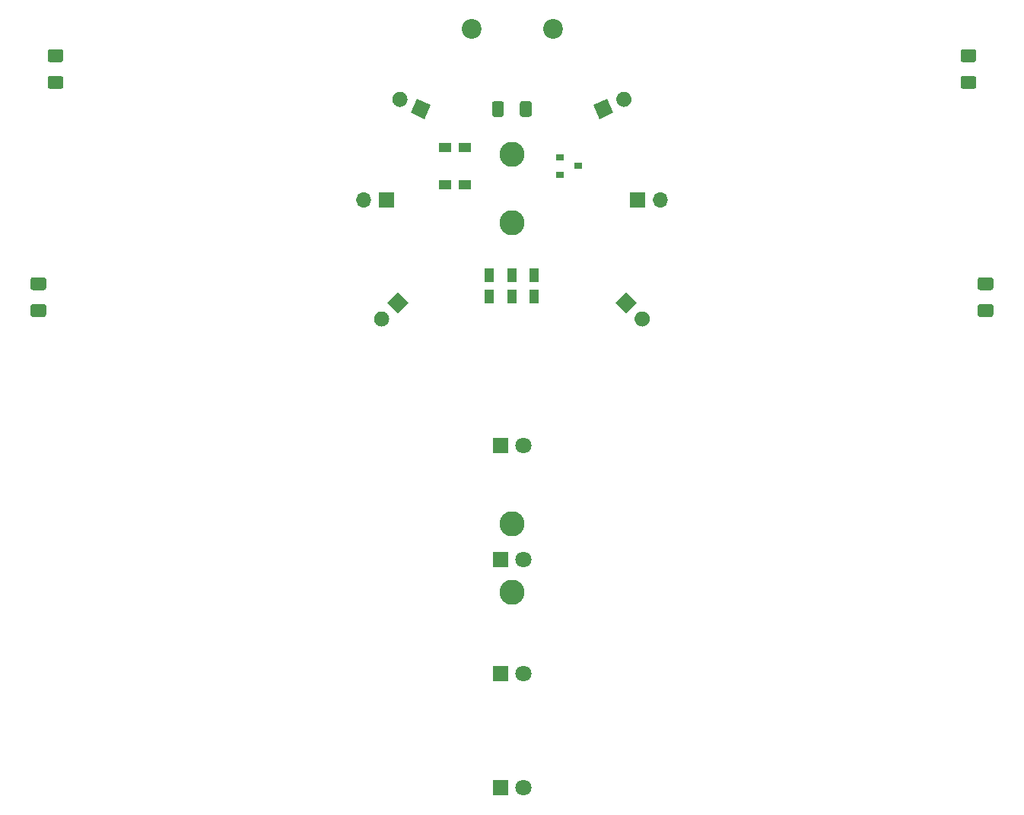
<source format=gbr>
From 21cf644a1123a6d4f2f9a294a118be31595e6011 Mon Sep 17 00:00:00 2001
From: Blaise Thompson <blaise@untzag.com>
Date: Mon, 28 Nov 2022 20:48:27 -0600
Subject: as ordered

---
 gerber/dragonfly-F_Mask.gbr | 486 --------------------------------------------
 1 file changed, 486 deletions(-)
 delete mode 100644 gerber/dragonfly-F_Mask.gbr

(limited to 'gerber/dragonfly-F_Mask.gbr')

diff --git a/gerber/dragonfly-F_Mask.gbr b/gerber/dragonfly-F_Mask.gbr
deleted file mode 100644
index ae673f2..0000000
--- a/gerber/dragonfly-F_Mask.gbr
+++ /dev/null
@@ -1,486 +0,0 @@
-%TF.GenerationSoftware,KiCad,Pcbnew,5.99.0+really5.1.10+dfsg1-1+b1*%
-%TF.CreationDate,2021-10-24T20:32:13-05:00*%
-%TF.ProjectId,dragonfly,64726167-6f6e-4666-9c79-2e6b69636164,A*%
-%TF.SameCoordinates,Original*%
-%TF.FileFunction,Soldermask,Top*%
-%TF.FilePolarity,Negative*%
-%FSLAX46Y46*%
-G04 Gerber Fmt 4.6, Leading zero omitted, Abs format (unit mm)*
-G04 Created by KiCad (PCBNEW 5.99.0+really5.1.10+dfsg1-1+b1) date 2021-10-24 20:32:13*
-%MOMM*%
-%LPD*%
-G01*
-G04 APERTURE LIST*
-%ADD10C,2.794000*%
-%ADD11C,1.800000*%
-%ADD12R,1.800000X1.800000*%
-%ADD13R,1.000000X1.600000*%
-%ADD14R,0.900000X0.800000*%
-%ADD15R,1.350000X1.100000*%
-%ADD16C,2.200000*%
-%ADD17C,0.100000*%
-%ADD18O,1.700000X1.700000*%
-%ADD19R,1.700000X1.700000*%
-G04 APERTURE END LIST*
-D10*
-%TO.C,BT1*%
-X127000000Y-117348000D03*
-X127000000Y-109728000D03*
-X127000000Y-76200000D03*
-X127000000Y-68580000D03*
-%TD*%
-D11*
-%TO.C,D4*%
-X128270000Y-139065000D03*
-D12*
-X125730000Y-139065000D03*
-%TD*%
-D13*
-%TO.C,SW1*%
-X124500000Y-84385000D03*
-X127000000Y-84385000D03*
-X129500000Y-84385000D03*
-X124500000Y-81985000D03*
-X127000000Y-81985000D03*
-X129500000Y-81985000D03*
-%TD*%
-%TO.C,R1*%
-G36*
-G01*
-X127900000Y-64125000D02*
-X127900000Y-62875000D01*
-G75*
-G02*
-X128150000Y-62625000I250000J0D01*
-G01*
-X128950000Y-62625000D01*
-G75*
-G02*
-X129200000Y-62875000I0J-250000D01*
-G01*
-X129200000Y-64125000D01*
-G75*
-G02*
-X128950000Y-64375000I-250000J0D01*
-G01*
-X128150000Y-64375000D01*
-G75*
-G02*
-X127900000Y-64125000I0J250000D01*
-G01*
-G37*
-G36*
-G01*
-X124800000Y-64125000D02*
-X124800000Y-62875000D01*
-G75*
-G02*
-X125050000Y-62625000I250000J0D01*
-G01*
-X125850000Y-62625000D01*
-G75*
-G02*
-X126100000Y-62875000I0J-250000D01*
-G01*
-X126100000Y-64125000D01*
-G75*
-G02*
-X125850000Y-64375000I-250000J0D01*
-G01*
-X125050000Y-64375000D01*
-G75*
-G02*
-X124800000Y-64125000I0J250000D01*
-G01*
-G37*
-%TD*%
-D14*
-%TO.C,Q1*%
-X134350000Y-69850000D03*
-X132350000Y-70800000D03*
-X132350000Y-68900000D03*
-%TD*%
-D15*
-%TO.C,L1*%
-X121775000Y-67800000D03*
-X121775000Y-71900000D03*
-X119525000Y-71900000D03*
-X119525000Y-67800000D03*
-%TD*%
-%TO.C,D8*%
-G36*
-G01*
-X179080000Y-85230000D02*
-X180330000Y-85230000D01*
-G75*
-G02*
-X180580000Y-85480000I0J-250000D01*
-G01*
-X180580000Y-86405000D01*
-G75*
-G02*
-X180330000Y-86655000I-250000J0D01*
-G01*
-X179080000Y-86655000D01*
-G75*
-G02*
-X178830000Y-86405000I0J250000D01*
-G01*
-X178830000Y-85480000D01*
-G75*
-G02*
-X179080000Y-85230000I250000J0D01*
-G01*
-G37*
-G36*
-G01*
-X179080000Y-82255000D02*
-X180330000Y-82255000D01*
-G75*
-G02*
-X180580000Y-82505000I0J-250000D01*
-G01*
-X180580000Y-83430000D01*
-G75*
-G02*
-X180330000Y-83680000I-250000J0D01*
-G01*
-X179080000Y-83680000D01*
-G75*
-G02*
-X178830000Y-83430000I0J250000D01*
-G01*
-X178830000Y-82505000D01*
-G75*
-G02*
-X179080000Y-82255000I250000J0D01*
-G01*
-G37*
-%TD*%
-%TO.C,D7*%
-G36*
-G01*
-X74920000Y-83680000D02*
-X73670000Y-83680000D01*
-G75*
-G02*
-X73420000Y-83430000I0J250000D01*
-G01*
-X73420000Y-82505000D01*
-G75*
-G02*
-X73670000Y-82255000I250000J0D01*
-G01*
-X74920000Y-82255000D01*
-G75*
-G02*
-X75170000Y-82505000I0J-250000D01*
-G01*
-X75170000Y-83430000D01*
-G75*
-G02*
-X74920000Y-83680000I-250000J0D01*
-G01*
-G37*
-G36*
-G01*
-X74920000Y-86655000D02*
-X73670000Y-86655000D01*
-G75*
-G02*
-X73420000Y-86405000I0J250000D01*
-G01*
-X73420000Y-85480000D01*
-G75*
-G02*
-X73670000Y-85230000I250000J0D01*
-G01*
-X74920000Y-85230000D01*
-G75*
-G02*
-X75170000Y-85480000I0J-250000D01*
-G01*
-X75170000Y-86405000D01*
-G75*
-G02*
-X74920000Y-86655000I-250000J0D01*
-G01*
-G37*
-%TD*%
-%TO.C,D6*%
-G36*
-G01*
-X177175000Y-59830000D02*
-X178425000Y-59830000D01*
-G75*
-G02*
-X178675000Y-60080000I0J-250000D01*
-G01*
-X178675000Y-61005000D01*
-G75*
-G02*
-X178425000Y-61255000I-250000J0D01*
-G01*
-X177175000Y-61255000D01*
-G75*
-G02*
-X176925000Y-61005000I0J250000D01*
-G01*
-X176925000Y-60080000D01*
-G75*
-G02*
-X177175000Y-59830000I250000J0D01*
-G01*
-G37*
-G36*
-G01*
-X177175000Y-56855000D02*
-X178425000Y-56855000D01*
-G75*
-G02*
-X178675000Y-57105000I0J-250000D01*
-G01*
-X178675000Y-58030000D01*
-G75*
-G02*
-X178425000Y-58280000I-250000J0D01*
-G01*
-X177175000Y-58280000D01*
-G75*
-G02*
-X176925000Y-58030000I0J250000D01*
-G01*
-X176925000Y-57105000D01*
-G75*
-G02*
-X177175000Y-56855000I250000J0D01*
-G01*
-G37*
-%TD*%
-%TO.C,D5*%
-G36*
-G01*
-X76825000Y-58280000D02*
-X75575000Y-58280000D01*
-G75*
-G02*
-X75325000Y-58030000I0J250000D01*
-G01*
-X75325000Y-57105000D01*
-G75*
-G02*
-X75575000Y-56855000I250000J0D01*
-G01*
-X76825000Y-56855000D01*
-G75*
-G02*
-X77075000Y-57105000I0J-250000D01*
-G01*
-X77075000Y-58030000D01*
-G75*
-G02*
-X76825000Y-58280000I-250000J0D01*
-G01*
-G37*
-G36*
-G01*
-X76825000Y-61255000D02*
-X75575000Y-61255000D01*
-G75*
-G02*
-X75325000Y-61005000I0J250000D01*
-G01*
-X75325000Y-60080000D01*
-G75*
-G02*
-X75575000Y-59830000I250000J0D01*
-G01*
-X76825000Y-59830000D01*
-G75*
-G02*
-X77075000Y-60080000I0J-250000D01*
-G01*
-X77075000Y-61005000D01*
-G75*
-G02*
-X76825000Y-61255000I-250000J0D01*
-G01*
-G37*
-%TD*%
-D11*
-%TO.C,D3*%
-X128270000Y-126365000D03*
-D12*
-X125730000Y-126365000D03*
-%TD*%
-D11*
-%TO.C,D2*%
-X128270000Y-113665000D03*
-D12*
-X125730000Y-113665000D03*
-%TD*%
-D11*
-%TO.C,D1*%
-X128270000Y-100965000D03*
-D12*
-X125730000Y-100965000D03*
-%TD*%
-D16*
-%TO.C,REF\u002A\u002A*%
-X122555000Y-54610000D03*
-%TD*%
-%TO.C,REF\u002A\u002A*%
-X131572000Y-54610000D03*
-%TD*%
-%TO.C,REF\u002A\u002A*%
-G36*
-G01*
-X113104990Y-87487092D02*
-X113104990Y-87487092D01*
-G75*
-G02*
-X111902908Y-87487092I-601041J601041D01*
-G01*
-X111902908Y-87487092D01*
-G75*
-G02*
-X111902908Y-86285010I601041J601041D01*
-G01*
-X111902908Y-86285010D01*
-G75*
-G02*
-X113104990Y-86285010I601041J-601041D01*
-G01*
-X113104990Y-86285010D01*
-G75*
-G02*
-X113104990Y-87487092I-601041J-601041D01*
-G01*
-G37*
-D17*
-G36*
-X115502082Y-85090000D02*
-G01*
-X114300000Y-86292082D01*
-X113097918Y-85090000D01*
-X114300000Y-83887918D01*
-X115502082Y-85090000D01*
-G37*
-%TD*%
-D18*
-%TO.C,REF\u002A\u002A*%
-X110490000Y-73660000D03*
-D19*
-X113030000Y-73660000D03*
-%TD*%
-D17*
-%TO.C,REF\u002A\u002A*%
-G36*
-X117251136Y-64629587D02*
-G01*
-X115710413Y-63911136D01*
-X116428864Y-62370413D01*
-X117969587Y-63088864D01*
-X117251136Y-64629587D01*
-G37*
-G36*
-G01*
-X114178752Y-63196912D02*
-X114178752Y-63196912D01*
-G75*
-G02*
-X113767616Y-62067324I359226J770362D01*
-G01*
-X113767616Y-62067324D01*
-G75*
-G02*
-X114897204Y-61656188I770362J-359226D01*
-G01*
-X114897204Y-61656188D01*
-G75*
-G02*
-X115308340Y-62785776I-359226J-770362D01*
-G01*
-X115308340Y-62785776D01*
-G75*
-G02*
-X114178752Y-63196912I-770362J359226D01*
-G01*
-G37*
-%TD*%
-%TO.C,REF\u002A\u002A*%
-G36*
-X139700000Y-83887918D02*
-G01*
-X140902082Y-85090000D01*
-X139700000Y-86292082D01*
-X138497918Y-85090000D01*
-X139700000Y-83887918D01*
-G37*
-G36*
-G01*
-X142097092Y-86285010D02*
-X142097092Y-86285010D01*
-G75*
-G02*
-X142097092Y-87487092I-601041J-601041D01*
-G01*
-X142097092Y-87487092D01*
-G75*
-G02*
-X140895010Y-87487092I-601041J601041D01*
-G01*
-X140895010Y-87487092D01*
-G75*
-G02*
-X140895010Y-86285010I601041J601041D01*
-G01*
-X140895010Y-86285010D01*
-G75*
-G02*
-X142097092Y-86285010I601041J-601041D01*
-G01*
-G37*
-%TD*%
-D19*
-%TO.C,REF\u002A\u002A*%
-X140970000Y-73660000D03*
-D18*
-X143510000Y-73660000D03*
-%TD*%
-%TO.C,REF\u002A\u002A*%
-G36*
-G01*
-X139102796Y-61656188D02*
-X139102796Y-61656188D01*
-G75*
-G02*
-X140232384Y-62067324I359226J-770362D01*
-G01*
-X140232384Y-62067324D01*
-G75*
-G02*
-X139821248Y-63196912I-770362J-359226D01*
-G01*
-X139821248Y-63196912D01*
-G75*
-G02*
-X138691660Y-62785776I-359226J770362D01*
-G01*
-X138691660Y-62785776D01*
-G75*
-G02*
-X139102796Y-61656188I770362J359226D01*
-G01*
-G37*
-D17*
-G36*
-X136030413Y-63088864D02*
-G01*
-X137571136Y-62370413D01*
-X138289587Y-63911136D01*
-X136748864Y-64629587D01*
-X136030413Y-63088864D01*
-G37*
-%TD*%
-M02*
-- 
cgit v1.2.3


</source>
